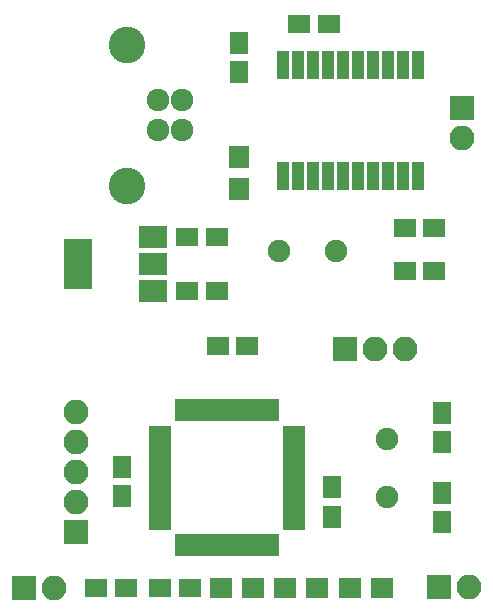
<source format=gts>
G04 #@! TF.FileFunction,Soldermask,Top*
%FSLAX46Y46*%
G04 Gerber Fmt 4.6, Leading zero omitted, Abs format (unit mm)*
G04 Created by KiCad (PCBNEW 4.0.7-e1-6374~58~ubuntu14.04.1) date Sat Jan 27 06:03:06 2018*
%MOMM*%
%LPD*%
G01*
G04 APERTURE LIST*
%ADD10C,0.100000*%
%ADD11R,1.000000X2.350000*%
%ADD12R,1.900000X1.650000*%
%ADD13R,1.650000X1.900000*%
%ADD14C,1.920000*%
%ADD15C,3.100000*%
%ADD16R,2.100000X2.100000*%
%ADD17O,2.100000X2.100000*%
%ADD18R,1.900000X1.700000*%
%ADD19R,1.700000X1.900000*%
%ADD20R,1.900000X0.950000*%
%ADD21R,0.950000X1.900000*%
%ADD22C,1.900000*%
%ADD23R,2.400000X4.200000*%
%ADD24R,2.400000X1.900000*%
G04 APERTURE END LIST*
D10*
D11*
X134655000Y-88710000D03*
X135925000Y-88710000D03*
X137195000Y-88710000D03*
X138465000Y-88710000D03*
X139735000Y-88710000D03*
X141005000Y-88710000D03*
X142275000Y-88710000D03*
X143545000Y-88710000D03*
X144815000Y-88710000D03*
X146085000Y-88710000D03*
X146085000Y-79310000D03*
X144815000Y-79310000D03*
X143545000Y-79310000D03*
X142275000Y-79310000D03*
X141005000Y-79310000D03*
X139735000Y-79310000D03*
X138465000Y-79310000D03*
X137195000Y-79310000D03*
X135925000Y-79310000D03*
X134655000Y-79310000D03*
D12*
X147430000Y-96770000D03*
X144930000Y-96770000D03*
X147430000Y-93090000D03*
X144930000Y-93090000D03*
X135970000Y-75850000D03*
X138470000Y-75850000D03*
D13*
X120970000Y-115820000D03*
X120970000Y-113320000D03*
X130930000Y-77400000D03*
X130930000Y-79900000D03*
D12*
X131590000Y-103070000D03*
X129090000Y-103070000D03*
X126710000Y-123560000D03*
X124210000Y-123560000D03*
D13*
X148040000Y-117990000D03*
X148040000Y-115490000D03*
D12*
X126500000Y-93880000D03*
X129000000Y-93880000D03*
D13*
X138740000Y-115050000D03*
X138740000Y-117550000D03*
X148040000Y-108740000D03*
X148040000Y-111240000D03*
D14*
X126070000Y-82290000D03*
X126070000Y-84830000D03*
X124070000Y-84830000D03*
X124070000Y-82290000D03*
D15*
X121370000Y-77560000D03*
X121370000Y-89560000D03*
D16*
X149730000Y-82950000D03*
D17*
X149730000Y-85490000D03*
D16*
X117120000Y-118800000D03*
D17*
X117120000Y-116260000D03*
X117120000Y-113720000D03*
X117120000Y-111180000D03*
X117120000Y-108640000D03*
D16*
X147790000Y-123520000D03*
D17*
X150330000Y-123520000D03*
D18*
X129350000Y-123550000D03*
X132050000Y-123550000D03*
D19*
X130920000Y-87060000D03*
X130920000Y-89760000D03*
D18*
X137500000Y-123550000D03*
X134800000Y-123550000D03*
D20*
X124180000Y-110240000D03*
X124180000Y-111040000D03*
X124180000Y-111840000D03*
X124180000Y-112640000D03*
X124180000Y-113440000D03*
X124180000Y-114240000D03*
X124180000Y-115040000D03*
X124180000Y-115840000D03*
X124180000Y-116640000D03*
X124180000Y-117440000D03*
X124180000Y-118240000D03*
D21*
X125880000Y-119940000D03*
X126680000Y-119940000D03*
X127480000Y-119940000D03*
X128280000Y-119940000D03*
X129080000Y-119940000D03*
X129880000Y-119940000D03*
X130680000Y-119940000D03*
X131480000Y-119940000D03*
X132280000Y-119940000D03*
X133080000Y-119940000D03*
X133880000Y-119940000D03*
D20*
X135580000Y-118240000D03*
X135580000Y-117440000D03*
X135580000Y-116640000D03*
X135580000Y-115840000D03*
X135580000Y-115040000D03*
X135580000Y-114240000D03*
X135580000Y-113440000D03*
X135580000Y-112640000D03*
X135580000Y-111840000D03*
X135580000Y-111040000D03*
X135580000Y-110240000D03*
D21*
X133880000Y-108540000D03*
X133080000Y-108540000D03*
X132280000Y-108540000D03*
X131480000Y-108540000D03*
X130680000Y-108540000D03*
X129880000Y-108540000D03*
X129080000Y-108540000D03*
X128280000Y-108540000D03*
X127480000Y-108540000D03*
X126680000Y-108540000D03*
X125880000Y-108540000D03*
D22*
X134250000Y-95020000D03*
X139130000Y-95020000D03*
X143450000Y-115860000D03*
X143450000Y-110980000D03*
D12*
X126500000Y-98450000D03*
X129000000Y-98450000D03*
D23*
X117270000Y-96170000D03*
D24*
X123570000Y-96170000D03*
X123570000Y-93870000D03*
X123570000Y-98470000D03*
D12*
X118800000Y-123570000D03*
X121300000Y-123570000D03*
D16*
X112700000Y-123570000D03*
D17*
X115240000Y-123570000D03*
D18*
X142960000Y-123550000D03*
X140260000Y-123550000D03*
D16*
X139870000Y-103380000D03*
D17*
X142410000Y-103380000D03*
X144950000Y-103380000D03*
M02*

</source>
